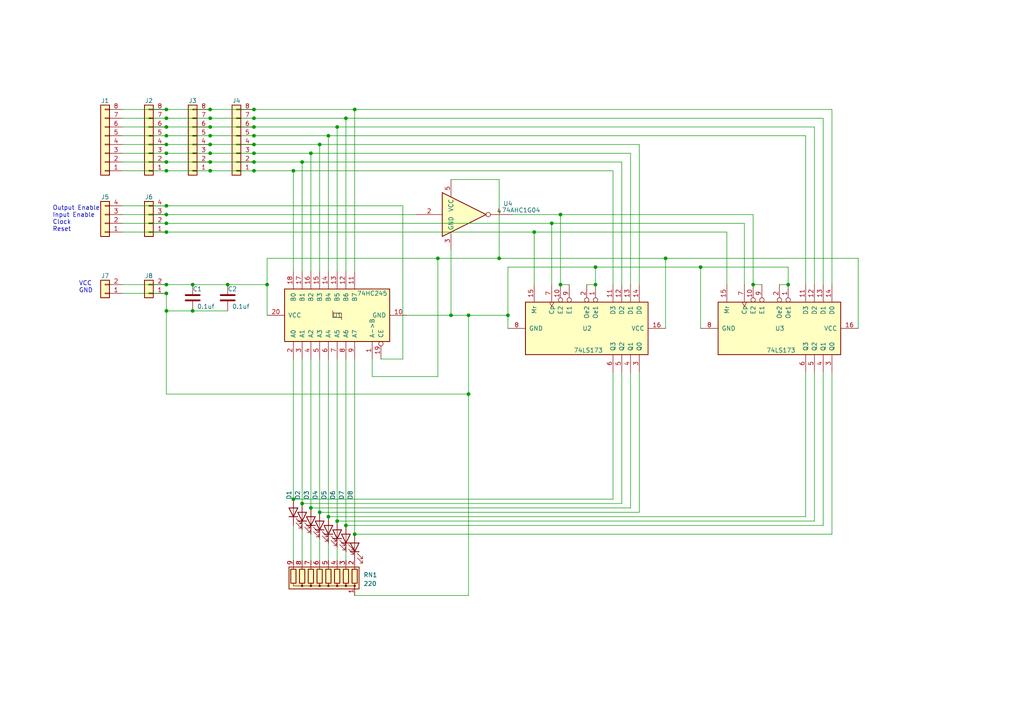
<source format=kicad_sch>
(kicad_sch (version 20230121) (generator eeschema)
  (paper "A4")
  (lib_symbols
    (symbol "74xGxx:74AHC1G04"
      (property "Reference" "U" (at -2.54 3.81 0))
      (property "Value" "74AHC1G04" (at 0 -3.81 0))
      (symbol "74AHC1G04_0_1"
        (polyline (pts (xy -7.62 6.35) (xy -7.62 -6.35) (xy 5.08 0) (xy -7.62 6.35)) (stroke (width 0.254)) (fill (type background)))
      )
      (symbol "74AHC1G04_1_1"
        (pin input line (at -15.24 0 0) (length 7.62) (name "~") (number "2"))
        (pin power_in line (at -5.08 -10.16 90) (length 5.08) (name "GND") (number "3"))
        (pin output inverted (at 12.7 0 180) (length 7.62) (name "~") (number "4"))
        (pin power_in line (at -5.08 10.16 270) (length 5.08) (name "VCC") (number "5"))
      )
    )
    (symbol "74xx:74HC245" (pin_names (offset 1.016))
      (property "Reference" "U" (at -7.62 16.51 0))
      (property "Value" "74HC245" (at -7.62 -16.51 0))
      (symbol "74HC245_1_0"
        (polyline (pts (xy -0.635 -1.27) (xy -0.635 1.27) (xy 0.635 1.27)))
        (polyline (pts (xy -1.27 -1.27) (xy 0.635 -1.27) (xy 0.635 1.27) (xy 1.27 1.27)))
        (pin input line (at -12.7 -10.16 0) (length 5.08) (name "A->B") (number "1"))
        (pin power_in line (at 0 -20.32 90) (length 5.08) (name "GND") (number "10"))
        (pin tri_state line (at 12.7 -5.08 180) (length 5.08) (name "B7") (number "11"))
        (pin tri_state line (at 12.7 -2.54 180) (length 5.08) (name "B6") (number "12"))
        (pin tri_state line (at 12.7 0 180) (length 5.08) (name "B5") (number "13"))
        (pin tri_state line (at 12.7 2.54 180) (length 5.08) (name "B4") (number "14"))
        (pin tri_state line (at 12.7 5.08 180) (length 5.08) (name "B3") (number "15"))
        (pin tri_state line (at 12.7 7.62 180) (length 5.08) (name "B2") (number "16"))
        (pin tri_state line (at 12.7 10.16 180) (length 5.08) (name "B1") (number "17"))
        (pin tri_state line (at 12.7 12.7 180) (length 5.08) (name "B0") (number "18"))
        (pin input inverted (at -12.7 -12.7 0) (length 5.08) (name "CE") (number "19"))
        (pin tri_state line (at -12.7 12.7 0) (length 5.08) (name "A0") (number "2"))
        (pin power_in line (at 0 20.32 270) (length 5.08) (name "VCC") (number "20"))
        (pin tri_state line (at -12.7 10.16 0) (length 5.08) (name "A1") (number "3"))
        (pin tri_state line (at -12.7 7.62 0) (length 5.08) (name "A2") (number "4"))
        (pin tri_state line (at -12.7 5.08 0) (length 5.08) (name "A3") (number "5"))
        (pin tri_state line (at -12.7 2.54 0) (length 5.08) (name "A4") (number "6"))
        (pin tri_state line (at -12.7 0 0) (length 5.08) (name "A5") (number "7"))
        (pin tri_state line (at -12.7 -2.54 0) (length 5.08) (name "A6") (number "8"))
        (pin tri_state line (at -12.7 -5.08 0) (length 5.08) (name "A7") (number "9"))
      )
      (symbol "74HC245_1_1"
        (rectangle (start -7.62 15.24) (end 7.62 -15.24) (stroke (width 0.254)) (fill (type background)))
      )
    )
    (symbol "74xx:74LS173" (pin_names (offset 1.016))
      (property "Reference" "U" (at -7.62 19.05 0))
      (property "Value" "74LS173" (at -7.62 -19.05 0))
      (symbol "74LS173_1_0"
        (pin input inverted (at -12.7 2.54 0) (length 5.08) (name "Oe1") (number "1"))
        (pin input inverted (at -12.7 -7.62 0) (length 5.08) (name "E2") (number "10"))
        (pin input line (at -12.7 7.62 0) (length 5.08) (name "D3") (number "11"))
        (pin input line (at -12.7 10.16 0) (length 5.08) (name "D2") (number "12"))
        (pin input line (at -12.7 12.7 0) (length 5.08) (name "D1") (number "13"))
        (pin input line (at -12.7 15.24 0) (length 5.08) (name "D0") (number "14"))
        (pin input line (at -12.7 -15.24 0) (length 5.08) (name "Mr") (number "15"))
        (pin power_in line (at 0 22.86 270) (length 5.08) (name "VCC") (number "16"))
        (pin input inverted (at -12.7 0 0) (length 5.08) (name "Oe2") (number "2"))
        (pin tri_state line (at 12.7 15.24 180) (length 5.08) (name "Q0") (number "3"))
        (pin tri_state line (at 12.7 12.7 180) (length 5.08) (name "Q1") (number "4"))
        (pin tri_state line (at 12.7 10.16 180) (length 5.08) (name "Q2") (number "5"))
        (pin tri_state line (at 12.7 7.62 180) (length 5.08) (name "Q3") (number "6"))
        (pin input clock (at -12.7 -10.16 0) (length 5.08) (name "Cp") (number "7"))
        (pin power_in line (at 0 -22.86 90) (length 5.08) (name "GND") (number "8"))
        (pin input inverted (at -12.7 -5.08 0) (length 5.08) (name "E1") (number "9"))
      )
      (symbol "74LS173_1_1"
        (rectangle (start -7.62 17.78) (end 7.62 -17.78) (stroke (width 0.254)) (fill (type background)))
      )
    )
    (symbol "Connector_Generic:Conn_01x02" (pin_names (offset 1.016) hide)
      (property "Reference" "J" (at 0 2.54 0))
      (property "Value" "Conn_01x02" (at 0 -5.08 0))
      (symbol "Conn_01x02_1_1"
        (rectangle (start -1.27 -2.413) (end 0 -2.667) (stroke (width 0.1524)))
        (rectangle (start -1.27 0.127) (end 0 -0.127) (stroke (width 0.1524)))
        (rectangle (start -1.27 1.27) (end 1.27 -3.81) (stroke (width 0.254)) (fill (type background)))
        (pin passive line (at -5.08 0 0) (length 3.81) (name "Pin_1") (number "1"))
        (pin passive line (at -5.08 -2.54 0) (length 3.81) (name "Pin_2") (number "2"))
      )
    )
    (symbol "Connector_Generic:Conn_01x04" (pin_names (offset 1.016) hide)
      (property "Reference" "J" (at 0 5.08 0))
      (property "Value" "Conn_01x04" (at 0 -7.62 0))
      (symbol "Conn_01x04_1_1"
        (rectangle (start -1.27 -4.953) (end 0 -5.207) (stroke (width 0.1524)))
        (rectangle (start -1.27 -2.413) (end 0 -2.667) (stroke (width 0.1524)))
        (rectangle (start -1.27 0.127) (end 0 -0.127) (stroke (width 0.1524)))
        (rectangle (start -1.27 2.667) (end 0 2.413) (stroke (width 0.1524)))
        (rectangle (start -1.27 3.81) (end 1.27 -6.35) (stroke (width 0.254)) (fill (type background)))
        (pin passive line (at -5.08 2.54 0) (length 3.81) (name "Pin_1") (number "1"))
        (pin passive line (at -5.08 0 0) (length 3.81) (name "Pin_2") (number "2"))
        (pin passive line (at -5.08 -2.54 0) (length 3.81) (name "Pin_3") (number "3"))
        (pin passive line (at -5.08 -5.08 0) (length 3.81) (name "Pin_4") (number "4"))
      )
    )
    (symbol "Connector_Generic:Conn_01x08" (pin_names (offset 1.016) hide)
      (property "Reference" "J" (at 0 10.16 0))
      (property "Value" "Conn_01x08" (at 0 -12.7 0))
      (symbol "Conn_01x08_1_1"
        (rectangle (start -1.27 -10.033) (end 0 -10.287) (stroke (width 0.1524)))
        (rectangle (start -1.27 -7.493) (end 0 -7.747) (stroke (width 0.1524)))
        (rectangle (start -1.27 -4.953) (end 0 -5.207) (stroke (width 0.1524)))
        (rectangle (start -1.27 -2.413) (end 0 -2.667) (stroke (width 0.1524)))
        (rectangle (start -1.27 0.127) (end 0 -0.127) (stroke (width 0.1524)))
        (rectangle (start -1.27 2.667) (end 0 2.413) (stroke (width 0.1524)))
        (rectangle (start -1.27 5.207) (end 0 4.953) (stroke (width 0.1524)))
        (rectangle (start -1.27 7.747) (end 0 7.493) (stroke (width 0.1524)))
        (rectangle (start -1.27 8.89) (end 1.27 -11.43) (stroke (width 0.254)) (fill (type background)))
        (pin passive line (at -5.08 7.62 0) (length 3.81) (name "Pin_1") (number "1"))
        (pin passive line (at -5.08 5.08 0) (length 3.81) (name "Pin_2") (number "2"))
        (pin passive line (at -5.08 2.54 0) (length 3.81) (name "Pin_3") (number "3"))
        (pin passive line (at -5.08 0 0) (length 3.81) (name "Pin_4") (number "4"))
        (pin passive line (at -5.08 -2.54 0) (length 3.81) (name "Pin_5") (number "5"))
        (pin passive line (at -5.08 -5.08 0) (length 3.81) (name "Pin_6") (number "6"))
        (pin passive line (at -5.08 -7.62 0) (length 3.81) (name "Pin_7") (number "7"))
        (pin passive line (at -5.08 -10.16 0) (length 3.81) (name "Pin_8") (number "8"))
      )
    )
    (symbol "Device:C" (pin_numbers hide) (pin_names (offset 0.254))
      (property "Reference" "C" (at 0.635 2.54 0))
      (property "Value" "C" (at 0.635 -2.54 0))
      (symbol "C_0_1"
        (polyline (pts (xy -2.032 -0.762) (xy 2.032 -0.762)) (stroke (width 0.508)))
        (polyline (pts (xy -2.032 0.762) (xy 2.032 0.762)) (stroke (width 0.508)))
      )
      (symbol "C_1_1"
        (pin passive line (at 0 3.81 270) (length 2.794) (name "~") (number "1"))
        (pin passive line (at 0 -3.81 90) (length 2.794) (name "~") (number "2"))
      )
    )
    (symbol "Device:LED" (pin_numbers hide) (pin_names (offset 1.016) hide)
      (property "Reference" "D" (at 0 2.54 0))
      (property "Value" "LED" (at 0 -2.54 0))
      (symbol "LED_0_1"
        (polyline (pts (xy -1.27 -1.27) (xy -1.27 1.27)) (stroke (width 0.254)))
        (polyline (pts (xy -1.27 0) (xy 1.27 0)))
        (polyline (pts (xy 1.27 -1.27) (xy 1.27 1.27) (xy -1.27 0) (xy 1.27 -1.27)) (stroke (width 0.254)))
        (polyline (pts (xy -3.048 -0.762) (xy -4.572 -2.286) (xy -3.81 -2.286) (xy -4.572 -2.286) (xy -4.572 -1.524)))
        (polyline (pts (xy -1.778 -0.762) (xy -3.302 -2.286) (xy -2.54 -2.286) (xy -3.302 -2.286) (xy -3.302 -1.524)))
      )
      (symbol "LED_1_1"
        (pin passive line (at -3.81 0 0) (length 2.54) (name "K") (number "1"))
        (pin passive line (at 3.81 0 180) (length 2.54) (name "A") (number "2"))
      )
    )
    (symbol "Device:R_Network08" (pin_names (offset 0) hide)
      (property "Reference" "RN" (at -12.7 0 90))
      (property "Value" "R_Network08" (at 10.16 0 90))
      (symbol "R_Network08_0_1"
        (rectangle (start -11.43 -3.175) (end 8.89 3.175) (stroke (width 0.254)) (fill (type background)))
        (rectangle (start -10.922 1.524) (end -9.398 -2.54) (stroke (width 0.254)))
        (circle (center -10.16 2.286) (radius 0.254) (fill (type outline)))
        (rectangle (start -8.382 1.524) (end -6.858 -2.54) (stroke (width 0.254)))
        (circle (center -7.62 2.286) (radius 0.254) (fill (type outline)))
        (rectangle (start -5.842 1.524) (end -4.318 -2.54) (stroke (width 0.254)))
        (circle (center -5.08 2.286) (radius 0.254) (fill (type outline)))
        (rectangle (start -3.302 1.524) (end -1.778 -2.54) (stroke (width 0.254)))
        (circle (center -2.54 2.286) (radius 0.254) (fill (type outline)))
        (rectangle (start -0.762 1.524) (end 0.762 -2.54) (stroke (width 0.254)))
        (polyline (pts (xy -10.16 -2.54) (xy -10.16 -3.81)))
        (polyline (pts (xy -7.62 -2.54) (xy -7.62 -3.81)))
        (polyline (pts (xy -5.08 -2.54) (xy -5.08 -3.81)))
        (polyline (pts (xy -2.54 -2.54) (xy -2.54 -3.81)))
        (polyline (pts (xy 0 -2.54) (xy 0 -3.81)))
        (polyline (pts (xy 2.54 -2.54) (xy 2.54 -3.81)))
        (polyline (pts (xy 5.08 -2.54) (xy 5.08 -3.81)))
        (polyline (pts (xy 7.62 -2.54) (xy 7.62 -3.81)))
        (polyline (pts (xy -10.16 1.524) (xy -10.16 2.286) (xy -7.62 2.286) (xy -7.62 1.524)))
        (polyline (pts (xy -7.62 1.524) (xy -7.62 2.286) (xy -5.08 2.286) (xy -5.08 1.524)))
        (polyline (pts (xy -5.08 1.524) (xy -5.08 2.286) (xy -2.54 2.286) (xy -2.54 1.524)))
        (polyline (pts (xy -2.54 1.524) (xy -2.54 2.286) (xy 0 2.286) (xy 0 1.524)))
        (polyline (pts (xy 0 1.524) (xy 0 2.286) (xy 2.54 2.286) (xy 2.54 1.524)))
        (polyline (pts (xy 2.54 1.524) (xy 2.54 2.286) (xy 5.08 2.286) (xy 5.08 1.524)))
        (polyline (pts (xy 5.08 1.524) (xy 5.08 2.286) (xy 7.62 2.286) (xy 7.62 1.524)))
        (circle (center 0 2.286) (radius 0.254) (fill (type outline)))
        (rectangle (start 1.778 1.524) (end 3.302 -2.54) (stroke (width 0.254)))
        (circle (center 2.54 2.286) (radius 0.254) (fill (type outline)))
        (rectangle (start 4.318 1.524) (end 5.842 -2.54) (stroke (width 0.254)))
        (circle (center 5.08 2.286) (radius 0.254) (fill (type outline)))
        (rectangle (start 6.858 1.524) (end 8.382 -2.54) (stroke (width 0.254)))
      )
      (symbol "R_Network08_1_1"
        (pin passive line (at -10.16 5.08 270) (length 2.54) (name "common") (number "1"))
        (pin passive line (at -10.16 -5.08 90) (length 1.27) (name "R1") (number "2"))
        (pin passive line (at -7.62 -5.08 90) (length 1.27) (name "R2") (number "3"))
        (pin passive line (at -5.08 -5.08 90) (length 1.27) (name "R3") (number "4"))
        (pin passive line (at -2.54 -5.08 90) (length 1.27) (name "R4") (number "5"))
        (pin passive line (at 0 -5.08 90) (length 1.27) (name "R5") (number "6"))
        (pin passive line (at 2.54 -5.08 90) (length 1.27) (name "R6") (number "7"))
        (pin passive line (at 5.08 -5.08 90) (length 1.27) (name "R7") (number "8"))
        (pin passive line (at 7.62 -5.08 90) (length 1.27) (name "R8") (number "9"))
      )
    )
  )
  (junction (at 73.66 39.37))
  (junction (at 193.04 74.93))
  (junction (at 85.09 144.78))
  (junction (at 144.78 74.93))
  (junction (at 48.26 59.69))
  (junction (at 73.66 44.45))
  (junction (at 48.26 41.91))
  (junction (at 130.81 91.44))
  (junction (at 73.66 41.91))
  (junction (at 48.26 44.45))
  (junction (at 60.96 34.29))
  (junction (at 228.6 82.55))
  (junction (at 48.26 34.29))
  (junction (at 73.66 36.83))
  (junction (at 135.89 91.44))
  (junction (at 90.17 44.45))
  (junction (at 73.66 46.99))
  (junction (at 218.44 82.55))
  (junction (at 154.94 67.31))
  (junction (at 92.71 148.59))
  (junction (at 55.88 82.55))
  (junction (at 48.26 39.37))
  (junction (at 172.72 77.47))
  (junction (at 60.96 46.99))
  (junction (at 73.66 31.75))
  (junction (at 60.96 44.45))
  (junction (at 60.96 49.53))
  (junction (at 48.26 46.99))
  (junction (at 60.96 39.37))
  (junction (at 48.26 49.53))
  (junction (at 95.25 39.37))
  (junction (at 48.26 64.77))
  (junction (at 73.66 34.29))
  (junction (at 92.71 41.91))
  (junction (at 147.32 91.44))
  (junction (at 97.79 36.83))
  (junction (at 100.33 152.4))
  (junction (at 172.72 82.55))
  (junction (at 87.63 46.99))
  (junction (at 48.26 85.09))
  (junction (at 90.17 147.32))
  (junction (at 48.26 67.31))
  (junction (at 203.2 77.47))
  (junction (at 48.26 62.23))
  (junction (at 77.47 82.55))
  (junction (at 60.96 36.83))
  (junction (at 160.02 64.77))
  (junction (at 85.09 49.53))
  (junction (at 73.66 49.53))
  (junction (at 162.56 82.55))
  (junction (at 48.26 90.17))
  (junction (at 87.63 146.05))
  (junction (at 48.26 36.83))
  (junction (at 135.89 114.3))
  (junction (at 97.79 151.13))
  (junction (at 48.26 82.55))
  (junction (at 60.96 31.75))
  (junction (at 55.88 90.17))
  (junction (at 66.04 82.55))
  (junction (at 102.87 154.94))
  (junction (at 95.25 149.86))
  (junction (at 127 74.93))
  (junction (at 48.26 31.75))
  (junction (at 162.56 62.23))
  (junction (at 60.96 41.91))
  (junction (at 102.87 31.75))
  (junction (at 100.33 34.29))
  (wire (pts (xy 107.95 109.22) (xy 127 109.22)))
  (wire (pts (xy 193.04 74.93) (xy 248.92 74.93)))
  (wire (pts (xy 95.25 39.37) (xy 73.66 39.37)))
  (wire (pts (xy 60.96 41.91) (xy 73.66 41.91)))
  (wire (pts (xy 236.22 151.13) (xy 97.79 151.13)))
  (wire (pts (xy 154.94 67.31) (xy 154.94 82.55)))
  (wire (pts (xy 160.02 82.55) (xy 160.02 64.77)))
  (wire (pts (xy 95.25 104.14) (xy 95.25 149.86)))
  (wire (pts (xy 87.63 46.99) (xy 87.63 78.74)))
  (wire (pts (xy 97.79 36.83) (xy 73.66 36.83)))
  (wire (pts (xy 135.89 91.44) (xy 147.32 91.44)))
  (wire (pts (xy 55.88 82.55) (xy 66.04 82.55)))
  (wire (pts (xy 162.56 82.55) (xy 162.56 62.23)))
  (wire (pts (xy 85.09 49.53) (xy 73.66 49.53)))
  (wire (pts (xy 85.09 144.78) (xy 85.09 104.14)))
  (wire (pts (xy 48.26 39.37) (xy 60.96 39.37)))
  (wire (pts (xy 48.26 90.17) (xy 48.26 85.09)))
  (wire (pts (xy 241.3 31.75) (xy 102.87 31.75)))
  (wire (pts (xy 35.56 34.29) (xy 48.26 34.29)))
  (wire (pts (xy 48.26 34.29) (xy 60.96 34.29)))
  (wire (pts (xy 35.56 85.09) (xy 48.26 85.09)))
  (wire (pts (xy 48.26 62.23) (xy 120.65 62.23)))
  (wire (pts (xy 233.68 82.55) (xy 233.68 39.37)))
  (wire (pts (xy 135.89 114.3) (xy 48.26 114.3)))
  (wire (pts (xy 147.32 77.47) (xy 147.32 91.44)))
  (wire (pts (xy 90.17 147.32) (xy 90.17 104.14)))
  (wire (pts (xy 35.56 82.55) (xy 48.26 82.55)))
  (wire (pts (xy 135.89 172.72) (xy 135.89 114.3)))
  (wire (pts (xy 215.9 82.55) (xy 215.9 64.77)))
  (wire (pts (xy 182.88 44.45) (xy 90.17 44.45)))
  (wire (pts (xy 177.8 107.95) (xy 177.8 144.78)))
  (wire (pts (xy 102.87 31.75) (xy 102.87 78.74)))
  (wire (pts (xy 90.17 44.45) (xy 90.17 78.74)))
  (wire (pts (xy 100.33 152.4) (xy 238.76 152.4)))
  (wire (pts (xy 210.82 82.55) (xy 210.82 67.31)))
  (wire (pts (xy 55.88 90.17) (xy 66.04 90.17)))
  (wire (pts (xy 238.76 34.29) (xy 100.33 34.29)))
  (wire (pts (xy 48.26 36.83) (xy 60.96 36.83)))
  (wire (pts (xy 185.42 82.55) (xy 185.42 41.91)))
  (wire (pts (xy 210.82 67.31) (xy 154.94 67.31)))
  (wire (pts (xy 102.87 154.94) (xy 102.87 104.14)))
  (wire (pts (xy 87.63 146.05) (xy 180.34 146.05)))
  (wire (pts (xy 203.2 77.47) (xy 228.6 77.47)))
  (wire (pts (xy 116.84 104.14) (xy 110.49 104.14)))
  (wire (pts (xy 130.81 52.07) (xy 144.78 52.07)))
  (wire (pts (xy 147.32 91.44) (xy 147.32 95.25)))
  (wire (pts (xy 135.89 114.3) (xy 135.89 91.44)))
  (wire (pts (xy 241.3 82.55) (xy 241.3 31.75)))
  (wire (pts (xy 35.56 36.83) (xy 48.26 36.83)))
  (wire (pts (xy 35.56 67.31) (xy 48.26 67.31)))
  (wire (pts (xy 97.79 36.83) (xy 97.79 78.74)))
  (wire (pts (xy 226.06 82.55) (xy 228.6 82.55)))
  (wire (pts (xy 48.26 46.99) (xy 60.96 46.99)))
  (wire (pts (xy 92.71 156.21) (xy 92.71 162.56)))
  (wire (pts (xy 170.18 82.55) (xy 172.72 82.55)))
  (wire (pts (xy 248.92 74.93) (xy 248.92 95.25)))
  (wire (pts (xy 60.96 44.45) (xy 73.66 44.45)))
  (wire (pts (xy 203.2 95.25) (xy 203.2 77.47)))
  (wire (pts (xy 60.96 36.83) (xy 73.66 36.83)))
  (wire (pts (xy 87.63 153.67) (xy 87.63 162.56)))
  (wire (pts (xy 48.26 49.53) (xy 60.96 49.53)))
  (wire (pts (xy 60.96 46.99) (xy 73.66 46.99)))
  (wire (pts (xy 144.78 74.93) (xy 193.04 74.93)))
  (wire (pts (xy 77.47 82.55) (xy 77.47 74.93)))
  (wire (pts (xy 236.22 82.55) (xy 236.22 36.83)))
  (wire (pts (xy 48.26 67.31) (xy 154.94 67.31)))
  (wire (pts (xy 35.56 39.37) (xy 48.26 39.37)))
  (wire (pts (xy 100.33 34.29) (xy 100.33 78.74)))
  (wire (pts (xy 172.72 77.47) (xy 172.72 82.55)))
  (wire (pts (xy 182.88 82.55) (xy 182.88 44.45)))
  (wire (pts (xy 73.66 46.99) (xy 87.63 46.99)))
  (wire (pts (xy 182.88 107.95) (xy 182.88 147.32)))
  (wire (pts (xy 66.04 82.55) (xy 77.47 82.55)))
  (wire (pts (xy 87.63 104.14) (xy 87.63 146.05)))
  (wire (pts (xy 97.79 158.75) (xy 97.79 162.56)))
  (wire (pts (xy 100.33 34.29) (xy 73.66 34.29)))
  (wire (pts (xy 90.17 44.45) (xy 73.66 44.45)))
  (wire (pts (xy 238.76 82.55) (xy 238.76 34.29)))
  (wire (pts (xy 48.26 82.55) (xy 55.88 82.55)))
  (wire (pts (xy 241.3 154.94) (xy 102.87 154.94)))
  (wire (pts (xy 233.68 149.86) (xy 233.68 107.95)))
  (wire (pts (xy 130.81 72.39) (xy 130.81 91.44)))
  (wire (pts (xy 102.87 172.72) (xy 135.89 172.72)))
  (wire (pts (xy 92.71 104.14) (xy 92.71 148.59)))
  (wire (pts (xy 236.22 36.83) (xy 97.79 36.83)))
  (wire (pts (xy 77.47 74.93) (xy 127 74.93)))
  (wire (pts (xy 60.96 31.75) (xy 73.66 31.75)))
  (wire (pts (xy 85.09 49.53) (xy 85.09 78.74)))
  (wire (pts (xy 238.76 152.4) (xy 238.76 107.95)))
  (wire (pts (xy 127 109.22) (xy 127 74.93)))
  (wire (pts (xy 228.6 82.55) (xy 228.6 77.47)))
  (wire (pts (xy 90.17 154.94) (xy 90.17 162.56)))
  (wire (pts (xy 92.71 148.59) (xy 185.42 148.59)))
  (wire (pts (xy 236.22 107.95) (xy 236.22 151.13)))
  (wire (pts (xy 233.68 39.37) (xy 95.25 39.37)))
  (wire (pts (xy 182.88 147.32) (xy 90.17 147.32)))
  (wire (pts (xy 185.42 148.59) (xy 185.42 107.95)))
  (wire (pts (xy 180.34 82.55) (xy 180.34 46.99)))
  (wire (pts (xy 193.04 95.25) (xy 193.04 74.93)))
  (wire (pts (xy 100.33 104.14) (xy 100.33 152.4)))
  (wire (pts (xy 180.34 146.05) (xy 180.34 107.95)))
  (wire (pts (xy 35.56 41.91) (xy 48.26 41.91)))
  (wire (pts (xy 48.26 59.69) (xy 116.84 59.69)))
  (wire (pts (xy 60.96 49.53) (xy 73.66 49.53)))
  (wire (pts (xy 100.33 160.02) (xy 100.33 162.56)))
  (wire (pts (xy 48.26 114.3) (xy 48.26 90.17)))
  (wire (pts (xy 185.42 41.91) (xy 92.71 41.91)))
  (wire (pts (xy 48.26 41.91) (xy 60.96 41.91)))
  (wire (pts (xy 130.81 91.44) (xy 135.89 91.44)))
  (wire (pts (xy 48.26 64.77) (xy 160.02 64.77)))
  (wire (pts (xy 102.87 31.75) (xy 73.66 31.75)))
  (wire (pts (xy 60.96 39.37) (xy 73.66 39.37)))
  (wire (pts (xy 48.26 31.75) (xy 60.96 31.75)))
  (wire (pts (xy 48.26 44.45) (xy 60.96 44.45)))
  (wire (pts (xy 241.3 107.95) (xy 241.3 154.94)))
  (wire (pts (xy 35.56 46.99) (xy 48.26 46.99)))
  (wire (pts (xy 60.96 34.29) (xy 73.66 34.29)))
  (wire (pts (xy 162.56 82.55) (xy 165.1 82.55)))
  (wire (pts (xy 48.26 90.17) (xy 55.88 90.17)))
  (wire (pts (xy 87.63 46.99) (xy 180.34 46.99)))
  (wire (pts (xy 148.59 62.23) (xy 162.56 62.23)))
  (wire (pts (xy 35.56 31.75) (xy 48.26 31.75)))
  (wire (pts (xy 35.56 64.77) (xy 48.26 64.77)))
  (wire (pts (xy 127 74.93) (xy 144.78 74.93)))
  (wire (pts (xy 95.25 157.48) (xy 95.25 162.56)))
  (wire (pts (xy 92.71 41.91) (xy 73.66 41.91)))
  (wire (pts (xy 35.56 44.45) (xy 48.26 44.45)))
  (wire (pts (xy 177.8 82.55) (xy 177.8 49.53)))
  (wire (pts (xy 218.44 62.23) (xy 162.56 62.23)))
  (wire (pts (xy 85.09 152.4) (xy 85.09 162.56)))
  (wire (pts (xy 147.32 77.47) (xy 172.72 77.47)))
  (wire (pts (xy 218.44 82.55) (xy 218.44 62.23)))
  (wire (pts (xy 177.8 49.53) (xy 85.09 49.53)))
  (wire (pts (xy 118.11 91.44) (xy 130.81 91.44)))
  (wire (pts (xy 95.25 149.86) (xy 233.68 149.86)))
  (wire (pts (xy 218.44 82.55) (xy 220.98 82.55)))
  (wire (pts (xy 215.9 64.77) (xy 160.02 64.77)))
  (wire (pts (xy 35.56 59.69) (xy 48.26 59.69)))
  (wire (pts (xy 177.8 144.78) (xy 85.09 144.78)))
  (wire (pts (xy 144.78 52.07) (xy 144.78 74.93)))
  (wire (pts (xy 116.84 59.69) (xy 116.84 104.14)))
  (wire (pts (xy 92.71 41.91) (xy 92.71 78.74)))
  (wire (pts (xy 35.56 49.53) (xy 48.26 49.53)))
  (wire (pts (xy 107.95 104.14) (xy 107.95 109.22)))
  (wire (pts (xy 95.25 39.37) (xy 95.25 78.74)))
  (wire (pts (xy 35.56 62.23) (xy 48.26 62.23)))
  (wire (pts (xy 172.72 77.47) (xy 203.2 77.47)))
  (wire (pts (xy 97.79 151.13) (xy 97.79 104.14)))
  (wire (pts (xy 77.47 91.44) (xy 77.47 82.55)))
  (text "VCC\nGND\n" (at 22.86 85.09 0) (effects (font (size 1.27 1.27)) (justify left bottom)))
  (text "Output Enable\nInput Enable\nClock\nReset" (at 15.24 67.31 0) (effects (font (size 1.27 1.27)) (justify left bottom)))
  (symbol (lib_id "74xx:74LS173") (at 170.18 95.25 270) (unit 1)
    (property "Reference" "U2" (at 168.91 95.25 90) (effects (justify left)))
    (property "Value" "74LS173" (at 166.37 101.6 90) (effects (justify left)))
    (property "Footprint" "Package_SO:SOIC-16_3.9x9.9mm_P1.27mm" (effects hide))
    (property "Datasheet" "http://www.ti.com/lit/gpn/sn74LS173" (effects hide))
  )
  (symbol (lib_id "Device:LED") (at 85.09 148.59 90) (unit 1)
    (property "Reference" "D1" (at 83.82 142.24 0) (effects (justify right)))
    (property "Value" "LED" (effects hide))
    (property "Footprint" "LED_THT:LED_D5.0mm-3" (effects hide))
  )
  (symbol (lib_id "74xx:74LS173") (at 226.06 95.25 270) (unit 1)
    (property "Reference" "U3" (at 224.79 95.25 90) (effects (justify left)))
    (property "Value" "74LS173" (at 222.25 101.6 90) (effects (justify left)))
    (property "Footprint" "Package_SO:SOIC-16_3.9x9.9mm_P1.27mm" (effects hide))
    (property "Datasheet" "http://www.ti.com/lit/gpn/sn74LS173" (effects hide))
  )
  (symbol (lib_id "74xx:74HC245") (at 97.79 91.44 90) (unit 1)
    (property "Reference" "U1" (at 97.79 91.44 90))
    (property "Value" "74HC245" (at 107.95 85.09 90))
    (property "Footprint" "Package_SO:SOIC-14W_7.5x9mm_P1.27mm" (effects hide))
    (property "Datasheet" "http://www.ti.com/lit/gpn/sn74HC245" (effects hide))
  )
  (symbol (lib_id "Connector_Generic:Conn_01x02") (at 30.48 85.09 180) (unit 1)
    (property "Reference" "J7" (at 30.48 80.01 0))
    (property "Value" "Conn_01x02" (effects hide))
    (property "Footprint" "Connector_PinHeader_2.54mm:PinHeader_1x02_P2.54mm_Vertical" (effects hide))
  )
  (symbol (lib_id "Device:C") (at 66.04 86.36 0) (unit 1)
    (property "Reference" "C2" (at 66.04 83.82 0) (effects (justify left)))
    (property "Value" "0.1uf" (at 67.31 88.9 0) (effects (justify left)))
    (property "Footprint" "Capacitor_SMD:C_0603_1608Metric_Pad1.08x0.95mm_HandSolder" (effects hide))
  )
  (symbol (lib_id "Device:LED") (at 97.79 154.94 90) (unit 1)
    (property "Reference" "D6" (at 96.52 142.24 0) (effects (justify right)))
    (property "Value" "LED" (effects hide))
    (property "Footprint" "LED_THT:LED_D5.0mm-3" (effects hide))
  )
  (symbol (lib_id "Device:LED") (at 87.63 149.86 90) (unit 1)
    (property "Reference" "D2" (at 86.36 142.24 0) (effects (justify right)))
    (property "Value" "LED" (effects hide))
    (property "Footprint" "LED_THT:LED_D5.0mm-3" (effects hide))
  )
  (symbol (lib_id "Connector_Generic:Conn_01x04") (at 43.18 64.77 180) (unit 1)
    (property "Reference" "J6" (at 43.18 57.15 0))
    (property "Value" "Conn_01x04" (effects hide))
    (property "Footprint" "Connector_PinHeader_2.54mm:PinHeader_1x04_P2.54mm_Vertical" (effects hide))
  )
  (symbol (lib_id "74xGxx:74AHC1G04") (at 135.89 62.23 0) (unit 1)
    (property "Reference" "U4" (at 147.32 59.0551 0))
    (property "Value" "74AHC1G04" (at 151.13 60.96 0))
    (property "Footprint" "Package_SO:TSOP-5_1.65x3.05mm_P0.95mm" (effects hide))
    (property "Datasheet" "http://www.ti.com/lit/sg/scyt129e/scyt129e.pdf" (effects hide))
  )
  (symbol (lib_id "Connector_Generic:Conn_01x08") (at 55.88 41.91 180) (unit 1)
    (property "Reference" "J3" (at 55.88 29.21 0))
    (property "Value" "Conn_01x08" (effects hide))
    (property "Footprint" "Connector_PinHeader_2.54mm:PinHeader_1x08_P2.54mm_Vertical" (effects hide))
  )
  (symbol (lib_id "Connector_Generic:Conn_01x04") (at 30.48 64.77 180) (unit 1)
    (property "Reference" "J5" (at 30.48 57.15 0))
    (property "Value" "Conn_01x04" (effects hide))
    (property "Footprint" "Connector_PinHeader_2.54mm:PinHeader_1x04_P2.54mm_Vertical" (effects hide))
  )
  (symbol (lib_id "Connector_Generic:Conn_01x08") (at 43.18 41.91 180) (unit 1)
    (property "Reference" "J2" (at 43.18 29.21 0))
    (property "Value" "Conn_01x08" (effects hide))
    (property "Footprint" "Connector_PinHeader_2.54mm:PinHeader_1x08_P2.54mm_Vertical" (effects hide))
  )
  (symbol (lib_id "Device:LED") (at 92.71 152.4 90) (unit 1)
    (property "Reference" "D4" (at 91.44 142.24 0) (effects (justify right)))
    (property "Value" "LED" (effects hide))
    (property "Footprint" "LED_THT:LED_D5.0mm-3" (effects hide))
  )
  (symbol (lib_id "Device:LED") (at 90.17 151.13 90) (unit 1)
    (property "Reference" "D3" (at 88.9 142.24 0) (effects (justify right)))
    (property "Value" "LED" (effects hide))
    (property "Footprint" "LED_THT:LED_D5.0mm-3" (effects hide))
  )
  (symbol (lib_id "Device:LED") (at 102.87 158.75 90) (unit 1)
    (property "Reference" "D8" (at 101.6 142.24 0) (effects (justify right)))
    (property "Value" "LED" (effects hide))
    (property "Footprint" "LED_THT:LED_D5.0mm-3" (effects hide))
  )
  (symbol (lib_id "Connector_Generic:Conn_01x08") (at 68.58 41.91 180) (unit 1)
    (property "Reference" "J4" (at 68.58 29.21 0))
    (property "Value" "Conn_01x08" (effects hide))
    (property "Footprint" "Connector_PinHeader_2.54mm:PinHeader_1x08_P2.54mm_Vertical" (effects hide))
  )
  (symbol (lib_id "Device:LED") (at 95.25 153.67 90) (unit 1)
    (property "Reference" "D5" (at 93.98 142.24 0) (effects (justify right)))
    (property "Value" "LED" (effects hide))
    (property "Footprint" "LED_THT:LED_D5.0mm-3" (effects hide))
  )
  (symbol (lib_id "Device:C") (at 55.88 86.36 0) (unit 1)
    (property "Reference" "C1" (at 55.88 83.82 0) (effects (justify left)))
    (property "Value" "0.1uf" (at 57.15 88.9 0) (effects (justify left)))
    (property "Footprint" "Capacitor_SMD:C_0603_1608Metric_Pad1.08x0.95mm_HandSolder" (effects hide))
  )
  (symbol (lib_id "Device:LED") (at 100.33 156.21 90) (unit 1)
    (property "Reference" "D7" (at 99.06 142.24 0) (effects (justify right)))
    (property "Value" "LED" (effects hide))
    (property "Footprint" "LED_THT:LED_D5.0mm-3" (effects hide))
  )
  (symbol (lib_id "Device:R_Network08") (at 92.71 167.64 180) (unit 1)
    (property "Reference" "RN1" (at 105.41 166.751 0) (effects (justify right)))
    (property "Value" "220" (at 105.41 169.291 0) (effects (justify right)))
    (property "Footprint" "Resistor_THT:R_Array_SIP9" (effects hide))
    (property "Datasheet" "http://www.vishay.com/docs/31509/csc.pdf" (effects hide))
  )
  (symbol (lib_id "Connector_Generic:Conn_01x02") (at 43.18 85.09 180) (unit 1)
    (property "Reference" "J8" (at 43.18 80.01 0))
    (property "Value" "Conn_01x02" (effects hide))
    (property "Footprint" "Connector_PinHeader_2.54mm:PinHeader_1x02_P2.54mm_Vertical" (effects hide))
  )
  (symbol (lib_id "Connector_Generic:Conn_01x08") (at 30.48 41.91 180) (unit 1)
    (property "Reference" "J1" (at 30.48 29.21 0))
    (property "Value" "Conn_01x08" (effects hide))
    (property "Footprint" "Connector_PinHeader_2.54mm:PinHeader_1x08_P2.54mm_Vertical" (effects hide))
  )
)
</source>
